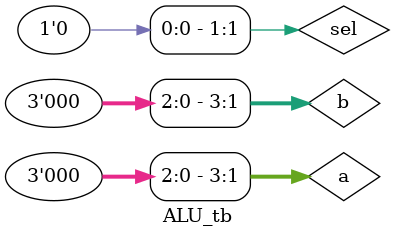
<source format=v>
 module ALU(
	input [3:0]a,b,
	input [1:0]sel,
	output reg[3:0]out);

	wire [3:0]and_out;
	wire [3:0]or_out;
	wire [3:0]add_out;
	wire [3:0]mul_out;

        assign and_out=a&b;
	assign or_out=a|b;
	assign add_out=a+b;
	assign mul_out=a*b;

always@(*)begin
  out=4'b0000;
  case(sel)
	2'b00:out=and_out;
	2'b01:out=or_out;
	2'b10:out=add_out;
	2'b11:out=mul_out;
  endcase
end
endmodule


//Testbench
module ALU_tb;
	reg [3:0]a,b;
	reg [1:0]sel;
	wire [3:0]out;
ALU uut(a,b,sel,out);
initial begin
	repeat(5) begin
	 a=$random;b=$random;sel=$random;#5;
	end
end
initial begin
	$monitor("$time=%0t,a=%b,b=%b,sel=%b,out=%b",$time,a,b,sel,out);
end
endmodule

</source>
